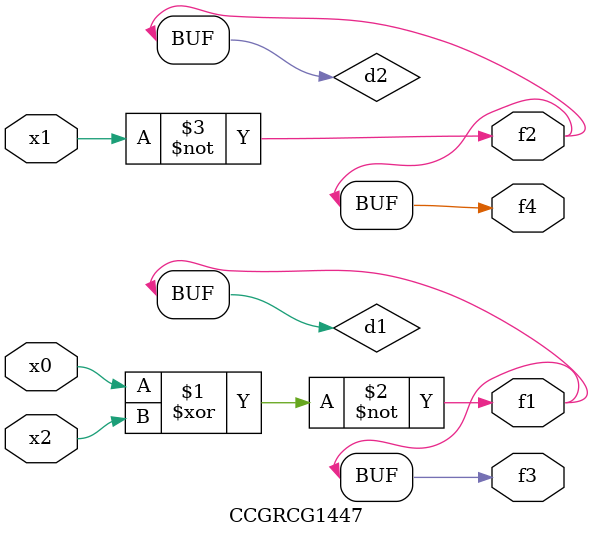
<source format=v>
module CCGRCG1447(
	input x0, x1, x2,
	output f1, f2, f3, f4
);

	wire d1, d2, d3;

	xnor (d1, x0, x2);
	nand (d2, x1);
	nor (d3, x1, x2);
	assign f1 = d1;
	assign f2 = d2;
	assign f3 = d1;
	assign f4 = d2;
endmodule

</source>
